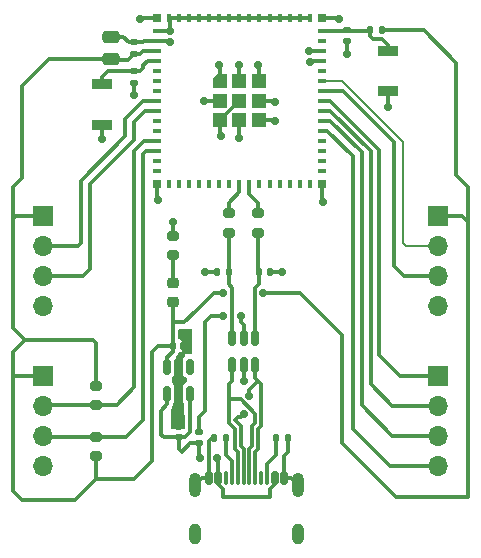
<source format=gbr>
%TF.GenerationSoftware,KiCad,Pcbnew,8.0.6*%
%TF.CreationDate,2024-11-03T15:15:55+02:00*%
%TF.ProjectId,MiniBit,4d696e69-4269-4742-9e6b-696361645f70,1.0*%
%TF.SameCoordinates,Original*%
%TF.FileFunction,Copper,L1,Top*%
%TF.FilePolarity,Positive*%
%FSLAX46Y46*%
G04 Gerber Fmt 4.6, Leading zero omitted, Abs format (unit mm)*
G04 Created by KiCad (PCBNEW 8.0.6) date 2024-11-03 15:15:55*
%MOMM*%
%LPD*%
G01*
G04 APERTURE LIST*
G04 Aperture macros list*
%AMRoundRect*
0 Rectangle with rounded corners*
0 $1 Rounding radius*
0 $2 $3 $4 $5 $6 $7 $8 $9 X,Y pos of 4 corners*
0 Add a 4 corners polygon primitive as box body*
4,1,4,$2,$3,$4,$5,$6,$7,$8,$9,$2,$3,0*
0 Add four circle primitives for the rounded corners*
1,1,$1+$1,$2,$3*
1,1,$1+$1,$4,$5*
1,1,$1+$1,$6,$7*
1,1,$1+$1,$8,$9*
0 Add four rect primitives between the rounded corners*
20,1,$1+$1,$2,$3,$4,$5,0*
20,1,$1+$1,$4,$5,$6,$7,0*
20,1,$1+$1,$6,$7,$8,$9,0*
20,1,$1+$1,$8,$9,$2,$3,0*%
%AMOutline5P*
0 Free polygon, 5 corners , with rotation*
0 The origin of the aperture is its center*
0 number of corners: always 5*
0 $1 to $10 corner X, Y*
0 $11 Rotation angle, in degrees counterclockwise*
0 create outline with 5 corners*
4,1,5,$1,$2,$3,$4,$5,$6,$7,$8,$9,$10,$1,$2,$11*%
%AMOutline6P*
0 Free polygon, 6 corners , with rotation*
0 The origin of the aperture is its center*
0 number of corners: always 6*
0 $1 to $12 corner X, Y*
0 $13 Rotation angle, in degrees counterclockwise*
0 create outline with 6 corners*
4,1,6,$1,$2,$3,$4,$5,$6,$7,$8,$9,$10,$11,$12,$1,$2,$13*%
%AMOutline7P*
0 Free polygon, 7 corners , with rotation*
0 The origin of the aperture is its center*
0 number of corners: always 7*
0 $1 to $14 corner X, Y*
0 $15 Rotation angle, in degrees counterclockwise*
0 create outline with 7 corners*
4,1,7,$1,$2,$3,$4,$5,$6,$7,$8,$9,$10,$11,$12,$13,$14,$1,$2,$15*%
%AMOutline8P*
0 Free polygon, 8 corners , with rotation*
0 The origin of the aperture is its center*
0 number of corners: always 8*
0 $1 to $16 corner X, Y*
0 $17 Rotation angle, in degrees counterclockwise*
0 create outline with 8 corners*
4,1,8,$1,$2,$3,$4,$5,$6,$7,$8,$9,$10,$11,$12,$13,$14,$15,$16,$1,$2,$17*%
G04 Aperture macros list end*
%TA.AperFunction,SMDPad,CuDef*%
%ADD10R,1.700000X0.900000*%
%TD*%
%TA.AperFunction,SMDPad,CuDef*%
%ADD11RoundRect,0.140000X-0.140000X-0.170000X0.140000X-0.170000X0.140000X0.170000X-0.140000X0.170000X0*%
%TD*%
%TA.AperFunction,SMDPad,CuDef*%
%ADD12RoundRect,0.150000X-0.150000X0.512500X-0.150000X-0.512500X0.150000X-0.512500X0.150000X0.512500X0*%
%TD*%
%TA.AperFunction,ComponentPad*%
%ADD13R,1.700000X1.700000*%
%TD*%
%TA.AperFunction,ComponentPad*%
%ADD14O,1.700000X1.700000*%
%TD*%
%TA.AperFunction,SMDPad,CuDef*%
%ADD15RoundRect,0.147500X0.172500X-0.147500X0.172500X0.147500X-0.172500X0.147500X-0.172500X-0.147500X0*%
%TD*%
%TA.AperFunction,SMDPad,CuDef*%
%ADD16RoundRect,0.135000X-0.135000X-0.185000X0.135000X-0.185000X0.135000X0.185000X-0.135000X0.185000X0*%
%TD*%
%TA.AperFunction,SMDPad,CuDef*%
%ADD17RoundRect,0.140000X-0.170000X0.140000X-0.170000X-0.140000X0.170000X-0.140000X0.170000X0.140000X0*%
%TD*%
%TA.AperFunction,SMDPad,CuDef*%
%ADD18RoundRect,0.250000X0.475000X-0.250000X0.475000X0.250000X-0.475000X0.250000X-0.475000X-0.250000X0*%
%TD*%
%TA.AperFunction,SMDPad,CuDef*%
%ADD19RoundRect,0.140000X0.170000X-0.140000X0.170000X0.140000X-0.170000X0.140000X-0.170000X-0.140000X0*%
%TD*%
%TA.AperFunction,SMDPad,CuDef*%
%ADD20RoundRect,0.135000X0.135000X0.185000X-0.135000X0.185000X-0.135000X-0.185000X0.135000X-0.185000X0*%
%TD*%
%TA.AperFunction,SMDPad,CuDef*%
%ADD21RoundRect,0.200000X0.275000X-0.200000X0.275000X0.200000X-0.275000X0.200000X-0.275000X-0.200000X0*%
%TD*%
%TA.AperFunction,SMDPad,CuDef*%
%ADD22RoundRect,0.200000X-0.275000X0.200000X-0.275000X-0.200000X0.275000X-0.200000X0.275000X0.200000X0*%
%TD*%
%TA.AperFunction,SMDPad,CuDef*%
%ADD23RoundRect,0.150000X0.150000X-0.512500X0.150000X0.512500X-0.150000X0.512500X-0.150000X-0.512500X0*%
%TD*%
%TA.AperFunction,SMDPad,CuDef*%
%ADD24RoundRect,0.140000X0.140000X0.170000X-0.140000X0.170000X-0.140000X-0.170000X0.140000X-0.170000X0*%
%TD*%
%TA.AperFunction,SMDPad,CuDef*%
%ADD25R,0.800000X0.400000*%
%TD*%
%TA.AperFunction,SMDPad,CuDef*%
%ADD26R,0.400000X0.800000*%
%TD*%
%TA.AperFunction,SMDPad,CuDef*%
%ADD27Outline5P,-0.600000X0.204000X-0.204000X0.600000X0.600000X0.600000X0.600000X-0.600000X-0.600000X-0.600000X0.000000*%
%TD*%
%TA.AperFunction,SMDPad,CuDef*%
%ADD28R,1.200000X1.200000*%
%TD*%
%TA.AperFunction,SMDPad,CuDef*%
%ADD29R,0.800000X0.800000*%
%TD*%
%TA.AperFunction,SMDPad,CuDef*%
%ADD30RoundRect,0.218750X-0.256250X0.218750X-0.256250X-0.218750X0.256250X-0.218750X0.256250X0.218750X0*%
%TD*%
%TA.AperFunction,SMDPad,CuDef*%
%ADD31RoundRect,0.150000X-0.150000X-0.425000X0.150000X-0.425000X0.150000X0.425000X-0.150000X0.425000X0*%
%TD*%
%TA.AperFunction,SMDPad,CuDef*%
%ADD32RoundRect,0.075000X-0.075000X-0.500000X0.075000X-0.500000X0.075000X0.500000X-0.075000X0.500000X0*%
%TD*%
%TA.AperFunction,ComponentPad*%
%ADD33O,1.000000X2.100000*%
%TD*%
%TA.AperFunction,ComponentPad*%
%ADD34O,1.000000X1.800000*%
%TD*%
%TA.AperFunction,ViaPad*%
%ADD35C,0.700000*%
%TD*%
%TA.AperFunction,Conductor*%
%ADD36C,0.300000*%
%TD*%
%TA.AperFunction,Conductor*%
%ADD37C,0.200000*%
%TD*%
G04 APERTURE END LIST*
D10*
%TO.P,SW2,1,A*%
%TO.N,GND*%
X136250000Y-79756250D03*
%TO.P,SW2,2,B*%
%TO.N,BOOT*%
X136250000Y-76356250D03*
%TD*%
D11*
%TO.P,C8,1*%
%TO.N,USB_D+*%
X149520000Y-92256250D03*
%TO.P,C8,2*%
%TO.N,GND*%
X150480000Y-92256250D03*
%TD*%
D12*
%TO.P,U2,1,I/O1*%
%TO.N,USB_D+*%
X149200000Y-97868750D03*
%TO.P,U2,2,GND*%
%TO.N,+5V*%
X148250000Y-97868750D03*
%TO.P,U2,3,I/O2*%
%TO.N,USB_D-*%
X147300000Y-97868750D03*
%TO.P,U2,4,I/O2*%
%TO.N,D-*%
X147300000Y-100143750D03*
%TO.P,U2,5,VBUS*%
%TO.N,GND*%
X148250000Y-100143750D03*
%TO.P,U2,6,I/O1*%
%TO.N,D+*%
X149200000Y-100143750D03*
%TD*%
D10*
%TO.P,SW1,1,A*%
%TO.N,GND*%
X160500000Y-76956250D03*
%TO.P,SW1,2,B*%
%TO.N,RESET*%
X160500000Y-73556250D03*
%TD*%
D13*
%TO.P,J1,1,Pin_1*%
%TO.N,+3.3V*%
X131250000Y-101006250D03*
D14*
%TO.P,J1,2,Pin_2*%
%TO.N,SDA*%
X131250000Y-103546250D03*
%TO.P,J1,3,Pin_3*%
%TO.N,SCL*%
X131250000Y-106086250D03*
%TO.P,J1,4,Pin_4*%
%TO.N,GND*%
X131250000Y-108626250D03*
%TD*%
D15*
%TO.P,F1,1*%
%TO.N,VBUS*%
X144500000Y-106756250D03*
%TO.P,F1,2*%
%TO.N,+5V*%
X144500000Y-105786250D03*
%TD*%
D11*
%TO.P,C6,1*%
%TO.N,+3.3V*%
X142270000Y-98506250D03*
%TO.P,C6,2*%
%TO.N,GND*%
X143230000Y-98506250D03*
%TD*%
D16*
%TO.P,R3,1*%
%TO.N,GND*%
X145740000Y-106256250D03*
%TO.P,R3,2*%
%TO.N,Net-(J5-CC1)*%
X146760000Y-106256250D03*
%TD*%
D17*
%TO.P,C4,1*%
%TO.N,BOOT*%
X139000000Y-75256250D03*
%TO.P,C4,2*%
%TO.N,GND*%
X139000000Y-76216250D03*
%TD*%
D13*
%TO.P,J3,1,Pin_1*%
%TO.N,TCK*%
X164750000Y-101006250D03*
D14*
%TO.P,J3,2,Pin_2*%
%TO.N,TDO*%
X164750000Y-103546250D03*
%TO.P,J3,3,Pin_3*%
%TO.N,TDI*%
X164750000Y-106086250D03*
%TO.P,J3,4,Pin_4*%
%TO.N,TMS*%
X164750000Y-108626250D03*
%TD*%
D17*
%TO.P,C3,1*%
%TO.N,RESET*%
X157000000Y-71756250D03*
%TO.P,C3,2*%
%TO.N,GND*%
X157000000Y-72716250D03*
%TD*%
D18*
%TO.P,C2,1*%
%TO.N,+3.3V*%
X137000000Y-74206250D03*
%TO.P,C2,2*%
%TO.N,GND*%
X137000000Y-72306250D03*
%TD*%
D13*
%TO.P,J4,1,Pin_1*%
%TO.N,+3.3V*%
X131250000Y-87506250D03*
D14*
%TO.P,J4,2,Pin_2*%
%TO.N,IO4*%
X131250000Y-90046250D03*
%TO.P,J4,3,Pin_3*%
%TO.N,IO5*%
X131250000Y-92586250D03*
%TO.P,J4,4,Pin_4*%
%TO.N,GND*%
X131250000Y-95126250D03*
%TD*%
D19*
%TO.P,C5,1*%
%TO.N,VBUS*%
X142750000Y-106236250D03*
%TO.P,C5,2*%
%TO.N,GND*%
X142750000Y-105276250D03*
%TD*%
%TO.P,C1,1*%
%TO.N,+3.3V*%
X139000000Y-73756250D03*
%TO.P,C1,2*%
%TO.N,GND*%
X139000000Y-72796250D03*
%TD*%
D20*
%TO.P,R1,1*%
%TO.N,+3.3V*%
X160000000Y-71756250D03*
%TO.P,R1,2*%
%TO.N,RESET*%
X158980000Y-71756250D03*
%TD*%
D21*
%TO.P,R8,1*%
%TO.N,+3.3V*%
X135750000Y-107831250D03*
%TO.P,R8,2*%
%TO.N,SCL*%
X135750000Y-106181250D03*
%TD*%
D22*
%TO.P,R5,1*%
%TO.N,/USB_N*%
X147000000Y-87256250D03*
%TO.P,R5,2*%
%TO.N,USB_D-*%
X147000000Y-88906250D03*
%TD*%
D23*
%TO.P,U3,1,VIN*%
%TO.N,VBUS*%
X141800000Y-102531250D03*
%TO.P,U3,2,GND*%
%TO.N,GND*%
X142750000Y-102531250D03*
%TO.P,U3,3,EN*%
%TO.N,VBUS*%
X143700000Y-102531250D03*
%TO.P,U3,4,NC*%
%TO.N,unconnected-(U3-NC-Pad4)*%
X143700000Y-100256250D03*
%TO.P,U3,5,VOUT*%
%TO.N,+3.3V*%
X141800000Y-100256250D03*
%TD*%
D24*
%TO.P,C7,1*%
%TO.N,USB_D-*%
X147000000Y-92256250D03*
%TO.P,C7,2*%
%TO.N,GND*%
X146040000Y-92256250D03*
%TD*%
D22*
%TO.P,R7,1*%
%TO.N,+3.3V*%
X135750000Y-101856250D03*
%TO.P,R7,2*%
%TO.N,SDA*%
X135750000Y-103506250D03*
%TD*%
D25*
%TO.P,U1,1,GND*%
%TO.N,GND*%
X140900000Y-71806250D03*
%TO.P,U1,2,GND*%
X140900000Y-72656250D03*
%TO.P,U1,3,3V3*%
%TO.N,+3.3V*%
X140900000Y-73506250D03*
%TO.P,U1,4,IO0*%
%TO.N,BOOT*%
X140900000Y-74356250D03*
%TO.P,U1,5,IO1*%
%TO.N,unconnected-(U1-IO1-Pad5)*%
X140900000Y-75206250D03*
%TO.P,U1,6,IO2*%
%TO.N,unconnected-(U1-IO2-Pad6)*%
X140900000Y-76056250D03*
%TO.P,U1,7,IO3*%
%TO.N,unconnected-(U1-IO3-Pad7)*%
X140900000Y-76906250D03*
%TO.P,U1,8,IO4*%
%TO.N,IO4*%
X140900000Y-77756250D03*
%TO.P,U1,9,IO5*%
%TO.N,IO5*%
X140900000Y-78606250D03*
%TO.P,U1,10,IO6*%
%TO.N,unconnected-(U1-IO6-Pad10)*%
X140900000Y-79456250D03*
%TO.P,U1,11,IO7*%
%TO.N,unconnected-(U1-IO7-Pad11)*%
X140900000Y-80306250D03*
%TO.P,U1,12,IO8*%
%TO.N,SDA*%
X140900000Y-81156250D03*
%TO.P,U1,13,IO9*%
%TO.N,SCL*%
X140900000Y-82006250D03*
%TO.P,U1,14,IO10*%
%TO.N,unconnected-(U1-IO10-Pad14)*%
X140900000Y-82856250D03*
%TO.P,U1,15,IO11*%
%TO.N,unconnected-(U1-IO11-Pad15)*%
X140900000Y-83706250D03*
D26*
%TO.P,U1,16,IO12*%
%TO.N,unconnected-(U1-IO12-Pad16)*%
X141950000Y-84756250D03*
%TO.P,U1,17,IO13*%
%TO.N,unconnected-(U1-IO13-Pad17)*%
X142800000Y-84756250D03*
%TO.P,U1,18,IO14*%
%TO.N,unconnected-(U1-IO14-Pad18)*%
X143650000Y-84756250D03*
%TO.P,U1,19,IO15*%
%TO.N,unconnected-(U1-IO15-Pad19)*%
X144500000Y-84756250D03*
%TO.P,U1,20,IO16*%
%TO.N,unconnected-(U1-IO16-Pad20)*%
X145350000Y-84756250D03*
%TO.P,U1,21,IO17*%
%TO.N,unconnected-(U1-IO17-Pad21)*%
X146200000Y-84756250D03*
%TO.P,U1,22,IO18*%
%TO.N,unconnected-(U1-IO18-Pad22)*%
X147050000Y-84756250D03*
%TO.P,U1,23,IO19*%
%TO.N,/USB_N*%
X147900000Y-84756250D03*
%TO.P,U1,24,IO20*%
%TO.N,/USB_P*%
X148750000Y-84756250D03*
%TO.P,U1,25,IO21*%
%TO.N,unconnected-(U1-IO21-Pad25)*%
X149600000Y-84756250D03*
%TO.P,U1,26,IO26*%
%TO.N,unconnected-(U1-IO26-Pad26)*%
X150450000Y-84756250D03*
%TO.P,U1,27,IO47*%
%TO.N,unconnected-(U1-IO47-Pad27)*%
X151300000Y-84756250D03*
%TO.P,U1,28,IO33*%
%TO.N,unconnected-(U1-IO33-Pad28)*%
X152150000Y-84756250D03*
%TO.P,U1,29,IO34*%
%TO.N,unconnected-(U1-IO34-Pad29)*%
X153000000Y-84756250D03*
%TO.P,U1,30,IO48*%
%TO.N,unconnected-(U1-IO48-Pad30)*%
X153850000Y-84756250D03*
D25*
%TO.P,U1,31,IO35*%
%TO.N,unconnected-(U1-IO35-Pad31)*%
X154900000Y-83706250D03*
%TO.P,U1,32,IO36*%
%TO.N,unconnected-(U1-IO36-Pad32)*%
X154900000Y-82856250D03*
%TO.P,U1,33,IO37*%
%TO.N,unconnected-(U1-IO37-Pad33)*%
X154900000Y-82006250D03*
%TO.P,U1,34,IO38*%
%TO.N,unconnected-(U1-IO38-Pad34)*%
X154900000Y-81156250D03*
%TO.P,U1,35,IO39*%
%TO.N,TMS*%
X154900000Y-80306250D03*
%TO.P,U1,36,IO40*%
%TO.N,TDI*%
X154900000Y-79456250D03*
%TO.P,U1,37,IO41*%
%TO.N,TDO*%
X154900000Y-78606250D03*
%TO.P,U1,38,IO42*%
%TO.N,TCK*%
X154900000Y-77756250D03*
%TO.P,U1,39,TXD0*%
%TO.N,TX*%
X154900000Y-76906250D03*
%TO.P,U1,40,RXD0*%
%TO.N,RX*%
X154900000Y-76056250D03*
%TO.P,U1,41,IO45*%
%TO.N,unconnected-(U1-IO45-Pad41)*%
X154900000Y-75206250D03*
%TO.P,U1,42,GND*%
%TO.N,GND*%
X154900000Y-74356250D03*
%TO.P,U1,43,GND*%
X154900000Y-73506250D03*
%TO.P,U1,44,IO46*%
%TO.N,unconnected-(U1-IO46-Pad44)*%
X154900000Y-72656250D03*
%TO.P,U1,45,EN*%
%TO.N,RESET*%
X154900000Y-71806250D03*
D26*
%TO.P,U1,46,GND*%
%TO.N,GND*%
X153850000Y-70756250D03*
%TO.P,U1,47,GND*%
X153000000Y-70756250D03*
%TO.P,U1,48,GND*%
X152150000Y-70756250D03*
%TO.P,U1,49,GND*%
X151300000Y-70756250D03*
%TO.P,U1,50,GND*%
X150450000Y-70756250D03*
%TO.P,U1,51,GND*%
X149600000Y-70756250D03*
%TO.P,U1,52,GND*%
X148750000Y-70756250D03*
%TO.P,U1,53,GND*%
X147900000Y-70756250D03*
%TO.P,U1,54,GND*%
X147050000Y-70756250D03*
%TO.P,U1,55,GND*%
X146200000Y-70756250D03*
%TO.P,U1,56,GND*%
X145350000Y-70756250D03*
%TO.P,U1,57,GND*%
X144500000Y-70756250D03*
%TO.P,U1,58,GND*%
X143650000Y-70756250D03*
%TO.P,U1,59,GND*%
X142800000Y-70756250D03*
%TO.P,U1,60,GND*%
X141950000Y-70756250D03*
D27*
%TO.P,U1,61,GND*%
X146250000Y-76106250D03*
D28*
X146250000Y-77756250D03*
X146250000Y-79406250D03*
X147900000Y-76106250D03*
X147900000Y-77756250D03*
X147900000Y-79406250D03*
X149550000Y-76106250D03*
X149550000Y-77756250D03*
X149550000Y-79406250D03*
D29*
%TO.P,U1,62,GND*%
X140900000Y-70756250D03*
%TO.P,U1,63,GND*%
X140900000Y-84756250D03*
%TO.P,U1,64,GND*%
X154900000Y-84756250D03*
%TO.P,U1,65,GND*%
X154900000Y-70756250D03*
%TD*%
D20*
%TO.P,R4,1*%
%TO.N,GND*%
X152010000Y-106256250D03*
%TO.P,R4,2*%
%TO.N,Net-(J5-CC2)*%
X150990000Y-106256250D03*
%TD*%
D30*
%TO.P,D1,1,K*%
%TO.N,Net-(D1-K)*%
X142250000Y-93181250D03*
%TO.P,D1,2,A*%
%TO.N,+3.3V*%
X142250000Y-94756250D03*
%TD*%
D21*
%TO.P,R2,1*%
%TO.N,Net-(D1-K)*%
X142250000Y-90831250D03*
%TO.P,R2,2*%
%TO.N,GND*%
X142250000Y-89181250D03*
%TD*%
D13*
%TO.P,J2,1,Pin_1*%
%TO.N,+3.3V*%
X164750000Y-87506250D03*
D14*
%TO.P,J2,2,Pin_2*%
%TO.N,RX*%
X164750000Y-90046250D03*
%TO.P,J2,3,Pin_3*%
%TO.N,TX*%
X164750000Y-92586250D03*
%TO.P,J2,4,Pin_4*%
%TO.N,GND*%
X164750000Y-95126250D03*
%TD*%
D31*
%TO.P,J5,A1,GND*%
%TO.N,GND*%
X145300000Y-109676250D03*
%TO.P,J5,A4,VBUS*%
%TO.N,VBUS*%
X146100000Y-109676250D03*
D32*
%TO.P,J5,A5,CC1*%
%TO.N,Net-(J5-CC1)*%
X147250000Y-109676250D03*
%TO.P,J5,A6,D+*%
%TO.N,D+*%
X148250000Y-109676250D03*
%TO.P,J5,A7,D-*%
%TO.N,D-*%
X148750000Y-109676250D03*
%TO.P,J5,A8,SBU1*%
%TO.N,unconnected-(J5-SBU1-PadA8)*%
X149750000Y-109676250D03*
D31*
%TO.P,J5,A9,VBUS*%
%TO.N,VBUS*%
X150900000Y-109676250D03*
%TO.P,J5,A12,GND*%
%TO.N,GND*%
X151700000Y-109676250D03*
%TO.P,J5,B1,GND*%
X151700000Y-109676250D03*
%TO.P,J5,B4,VBUS*%
%TO.N,VBUS*%
X150900000Y-109676250D03*
D32*
%TO.P,J5,B5,CC2*%
%TO.N,Net-(J5-CC2)*%
X150250000Y-109676250D03*
%TO.P,J5,B6,D+*%
%TO.N,D+*%
X149250000Y-109676250D03*
%TO.P,J5,B7,D-*%
%TO.N,D-*%
X147750000Y-109676250D03*
%TO.P,J5,B8,SBU2*%
%TO.N,unconnected-(J5-SBU2-PadB8)*%
X146750000Y-109676250D03*
D31*
%TO.P,J5,B9,VBUS*%
%TO.N,VBUS*%
X146100000Y-109676250D03*
%TO.P,J5,B12,GND*%
%TO.N,GND*%
X145300000Y-109676250D03*
D33*
%TO.P,J5,S1,SHIELD*%
X144180000Y-110251250D03*
D34*
X144180000Y-114431250D03*
D33*
X152820000Y-110251250D03*
D34*
X152820000Y-114431250D03*
%TD*%
D22*
%TO.P,R6,1*%
%TO.N,/USB_P*%
X149500000Y-87256250D03*
%TO.P,R6,2*%
%TO.N,USB_D+*%
X149500000Y-88906250D03*
%TD*%
D35*
%TO.N,GND*%
X153800000Y-73556250D03*
X144900000Y-77756250D03*
X142750000Y-101256250D03*
X160500000Y-78256250D03*
X148250000Y-101506250D03*
X139500000Y-70856250D03*
X141000000Y-86156250D03*
X156300000Y-70856250D03*
X142750000Y-104256250D03*
X136250000Y-81006250D03*
X145000000Y-92256250D03*
X142250000Y-88006250D03*
X142000000Y-71856250D03*
X147900000Y-80856250D03*
X149500000Y-74756250D03*
X150900000Y-77856250D03*
X155000000Y-86356250D03*
X157000000Y-73756250D03*
X139000000Y-77256250D03*
X143250000Y-97506250D03*
X153900000Y-74456250D03*
X146200000Y-74756250D03*
X151500000Y-92256250D03*
X147900000Y-74756250D03*
X142000000Y-72756250D03*
X146300000Y-80756250D03*
X150900000Y-79456250D03*
%TO.N,+3.3V*%
X149900000Y-94006250D03*
X146500000Y-94006250D03*
%TO.N,VBUS*%
X146000000Y-108006250D03*
X144600000Y-108006250D03*
%TO.N,+5V*%
X148000000Y-96006250D03*
X146500000Y-96006250D03*
%TO.N,D+*%
X148250000Y-104256250D03*
X148750000Y-102756250D03*
%TD*%
D36*
%TO.N,GND*%
X151700000Y-109676250D02*
X151700000Y-107806250D01*
X139850000Y-72656250D02*
X139710000Y-72796250D01*
X138540000Y-72796250D02*
X138050000Y-72306250D01*
X154900000Y-70756250D02*
X156200000Y-70756250D01*
X142250000Y-89181250D02*
X142250000Y-88006250D01*
X139000000Y-72796250D02*
X138540000Y-72796250D01*
X140900000Y-70756250D02*
X139600000Y-70756250D01*
X147900000Y-79406250D02*
X147900000Y-80856250D01*
X149550000Y-74806250D02*
X149500000Y-74756250D01*
X150480000Y-92256250D02*
X151500000Y-92256250D01*
X140900000Y-72656250D02*
X139850000Y-72656250D01*
X147900000Y-77756250D02*
X146250000Y-79406250D01*
X146250000Y-74806250D02*
X146200000Y-74756250D01*
X152245000Y-109676250D02*
X152820000Y-110251250D01*
X154900000Y-74356250D02*
X154000000Y-74356250D01*
X153850000Y-73506250D02*
X153800000Y-73556250D01*
X146250000Y-79406250D02*
X146250000Y-80706250D01*
X149550000Y-76106250D02*
X149550000Y-74806250D01*
X138050000Y-72306250D02*
X137000000Y-72306250D01*
X141950000Y-71806250D02*
X142000000Y-71856250D01*
X153850000Y-70756250D02*
X141950000Y-70756250D01*
X154000000Y-74356250D02*
X153900000Y-74456250D01*
X145300000Y-106556250D02*
X145600000Y-106256250D01*
X145300000Y-109676250D02*
X144755000Y-109676250D01*
X139600000Y-70756250D02*
X139500000Y-70856250D01*
X146250000Y-77756250D02*
X144900000Y-77756250D01*
X152010000Y-107496250D02*
X152010000Y-106256250D01*
X149550000Y-77756250D02*
X150800000Y-77756250D01*
X145300000Y-109676250D02*
X145300000Y-106556250D01*
X146250000Y-80706250D02*
X146300000Y-80756250D01*
X140900000Y-72656250D02*
X141900000Y-72656250D01*
X142000000Y-70806250D02*
X141950000Y-70756250D01*
X140900000Y-84756250D02*
X140900000Y-86056250D01*
X140900000Y-71806250D02*
X141950000Y-71806250D01*
X139710000Y-72796250D02*
X139000000Y-72796250D01*
X154900000Y-86256250D02*
X155000000Y-86356250D01*
X144755000Y-109676250D02*
X144180000Y-110251250D01*
X150850000Y-79406250D02*
X150900000Y-79456250D01*
X151700000Y-109676250D02*
X152245000Y-109676250D01*
X143230000Y-97526250D02*
X143250000Y-97506250D01*
X160500000Y-76956250D02*
X160500000Y-78256250D01*
X146250000Y-76106250D02*
X146250000Y-74806250D01*
X147900000Y-76106250D02*
X147900000Y-74756250D01*
X156200000Y-70756250D02*
X156300000Y-70856250D01*
X151700000Y-107806250D02*
X152010000Y-107496250D01*
X140900000Y-86056250D02*
X141000000Y-86156250D01*
X141900000Y-72656250D02*
X142000000Y-72756250D01*
X136250000Y-79756250D02*
X136250000Y-81006250D01*
X150800000Y-77756250D02*
X150900000Y-77856250D01*
X149550000Y-79406250D02*
X150850000Y-79406250D01*
X148250000Y-100143750D02*
X148250000Y-101506250D01*
X142000000Y-71856250D02*
X142000000Y-70806250D01*
X157000000Y-72716250D02*
X157000000Y-73756250D01*
X154900000Y-73506250D02*
X153850000Y-73506250D01*
X154900000Y-84756250D02*
X154900000Y-86256250D01*
X146040000Y-92256250D02*
X145000000Y-92256250D01*
X145600000Y-106256250D02*
X145740000Y-106256250D01*
X139000000Y-76216250D02*
X139000000Y-77256250D01*
%TO.N,+3.3V*%
X139000000Y-73756250D02*
X138500000Y-74256250D01*
X142270000Y-98986250D02*
X142270000Y-98506250D01*
X145000000Y-94756250D02*
X145750000Y-94006250D01*
X142270000Y-98506250D02*
X142270000Y-96526250D01*
X129500000Y-76506250D02*
X129500000Y-84256250D01*
X129500000Y-111506250D02*
X134000000Y-111506250D01*
X129500000Y-84256250D02*
X128750000Y-85006250D01*
X128750000Y-99006250D02*
X128750000Y-101006250D01*
X129750000Y-98006250D02*
X128750000Y-99006250D01*
X140900000Y-73506250D02*
X139750000Y-73506250D01*
X139750000Y-73506250D02*
X139500000Y-73756250D01*
X166750000Y-87506250D02*
X167250000Y-88006250D01*
X142270000Y-96526250D02*
X142250000Y-96506250D01*
X128750000Y-87756250D02*
X129000000Y-87506250D01*
X128750000Y-97006250D02*
X128750000Y-87756250D01*
X167250000Y-85006250D02*
X166250000Y-84006250D01*
X135500000Y-98006250D02*
X129750000Y-98006250D01*
X139000000Y-109756250D02*
X140500000Y-108256250D01*
X167250000Y-88006250D02*
X167250000Y-111256250D01*
X163500000Y-71756250D02*
X160000000Y-71756250D01*
X129750000Y-98006250D02*
X128750000Y-97006250D01*
X128750000Y-85006250D02*
X128750000Y-87756250D01*
X167250000Y-111256250D02*
X161156250Y-111256250D01*
X166250000Y-74506250D02*
X163500000Y-71756250D01*
X140500000Y-99006250D02*
X141000000Y-98506250D01*
X141800000Y-99456250D02*
X142270000Y-98986250D01*
X137000000Y-74206250D02*
X131800000Y-74206250D01*
X135750000Y-101856250D02*
X135750000Y-98256250D01*
X135750000Y-109756250D02*
X135750000Y-107831250D01*
X139500000Y-73756250D02*
X139000000Y-73756250D01*
X164750000Y-87506250D02*
X166750000Y-87506250D01*
X128750000Y-110756250D02*
X129500000Y-111506250D01*
X131800000Y-74206250D02*
X129500000Y-76506250D01*
X161156250Y-111256250D02*
X156600000Y-106700000D01*
X128750000Y-101006250D02*
X131250000Y-101006250D01*
X137050000Y-74256250D02*
X137000000Y-74206250D01*
X143250000Y-96506250D02*
X144250000Y-95506250D01*
X156600000Y-97606250D02*
X153000000Y-94006250D01*
X142250000Y-96506250D02*
X143250000Y-96506250D01*
X135750000Y-98256250D02*
X135500000Y-98006250D01*
X129000000Y-87506250D02*
X131250000Y-87506250D01*
X135750000Y-109756250D02*
X139000000Y-109756250D01*
X166250000Y-84006250D02*
X166250000Y-74506250D01*
X142250000Y-96506250D02*
X142250000Y-94756250D01*
X134125000Y-111381250D02*
X135750000Y-109756250D01*
X134000000Y-111506250D02*
X134125000Y-111381250D01*
X167250000Y-88006250D02*
X167250000Y-85006250D01*
X156600000Y-106700000D02*
X156600000Y-97606250D01*
X128750000Y-101006250D02*
X128750000Y-110756250D01*
X153000000Y-94006250D02*
X149900000Y-94006250D01*
X140500000Y-108256250D02*
X140500000Y-99006250D01*
X138500000Y-74256250D02*
X137050000Y-74256250D01*
X145750000Y-94006250D02*
X146500000Y-94006250D01*
X141000000Y-98506250D02*
X142270000Y-98506250D01*
X144250000Y-95506250D02*
X145000000Y-94756250D01*
X141800000Y-100256250D02*
X141800000Y-99456250D01*
%TO.N,RESET*%
X159250000Y-72506250D02*
X160000000Y-72506250D01*
X154900000Y-71806250D02*
X158930000Y-71806250D01*
X158980000Y-71756250D02*
X158980000Y-72236250D01*
X158980000Y-72236250D02*
X159250000Y-72506250D01*
X160500000Y-73006250D02*
X160500000Y-73556250D01*
X160000000Y-72506250D02*
X160500000Y-73006250D01*
X158930000Y-71806250D02*
X158980000Y-71756250D01*
%TO.N,BOOT*%
X139750000Y-75006250D02*
X139500000Y-75256250D01*
X136250000Y-75756250D02*
X136250000Y-76356250D01*
X136750000Y-75256250D02*
X136250000Y-75756250D01*
X139500000Y-75256250D02*
X139000000Y-75256250D01*
X140150000Y-74356250D02*
X139750000Y-74756250D01*
X140900000Y-74356250D02*
X140150000Y-74356250D01*
X139750000Y-74756250D02*
X139750000Y-75006250D01*
X139000000Y-75256250D02*
X136750000Y-75256250D01*
%TO.N,VBUS*%
X143000000Y-107506250D02*
X142750000Y-107256250D01*
X142750000Y-106236250D02*
X143270000Y-106236250D01*
X150500000Y-110604370D02*
X150500000Y-111256250D01*
X144500000Y-107906250D02*
X144600000Y-108006250D01*
X142750000Y-107256250D02*
X142750000Y-106236250D01*
X143750000Y-106756250D02*
X143000000Y-107506250D01*
X142750000Y-106236250D02*
X141480000Y-106236250D01*
X146500000Y-111256250D02*
X146500000Y-110604370D01*
X146100000Y-110204370D02*
X146100000Y-109676250D01*
X143750000Y-105756250D02*
X143750000Y-104256250D01*
X150900000Y-109676250D02*
X150900000Y-110204370D01*
X141250000Y-104006250D02*
X141800000Y-103456250D01*
X146100000Y-109676250D02*
X146100000Y-108106250D01*
X150500000Y-111256250D02*
X146500000Y-111256250D01*
X146100000Y-108106250D02*
X146000000Y-108006250D01*
X143750000Y-104256250D02*
X143700000Y-104206250D01*
X141480000Y-106236250D02*
X141250000Y-106006250D01*
X141800000Y-103456250D02*
X141800000Y-102531250D01*
X143700000Y-104206250D02*
X143700000Y-102531250D01*
X141250000Y-106006250D02*
X141250000Y-104006250D01*
X143270000Y-106236250D02*
X143750000Y-105756250D01*
X150900000Y-110204370D02*
X150500000Y-110604370D01*
X144500000Y-106756250D02*
X143750000Y-106756250D01*
X146500000Y-110604370D02*
X146100000Y-110204370D01*
X144500000Y-106756250D02*
X144500000Y-107906250D01*
%TO.N,USB_D-*%
X147000000Y-93256250D02*
X147300000Y-93556250D01*
X147000000Y-92256250D02*
X147000000Y-88906250D01*
X147000000Y-92256250D02*
X147000000Y-93256250D01*
X147300000Y-93556250D02*
X147300000Y-97868750D01*
%TO.N,USB_D+*%
X149520000Y-92080000D02*
X149500000Y-92060000D01*
X149200000Y-93556250D02*
X149200000Y-97868750D01*
X149500000Y-92060000D02*
X149500000Y-88906250D01*
X149520000Y-92256250D02*
X149520000Y-93236250D01*
X149520000Y-92256250D02*
X149520000Y-92080000D01*
X149520000Y-93236250D02*
X149200000Y-93556250D01*
%TO.N,Net-(D1-K)*%
X142250000Y-93181250D02*
X142250000Y-90831250D01*
%TO.N,+5V*%
X144500000Y-104506250D02*
X145000000Y-104006250D01*
X145000000Y-96506250D02*
X145500000Y-96006250D01*
X148250000Y-96756250D02*
X148250000Y-97868750D01*
X145500000Y-96006250D02*
X146500000Y-96006250D01*
X148000000Y-96506250D02*
X148250000Y-96756250D01*
X145000000Y-104006250D02*
X145000000Y-96506250D01*
X148000000Y-96006250D02*
X148000000Y-96506250D01*
X144500000Y-105786250D02*
X144500000Y-104506250D01*
%TO.N,D-*%
X147300000Y-101456250D02*
X147300000Y-100143750D01*
X147750000Y-109676250D02*
X147750000Y-107506250D01*
X147750000Y-107506250D02*
X147500000Y-107256250D01*
X149250000Y-105006250D02*
X149250000Y-104256250D01*
X147500000Y-105506250D02*
X147000000Y-105006250D01*
X149250000Y-104256250D02*
X148000000Y-103006250D01*
X149000000Y-105256250D02*
X149250000Y-105006250D01*
X147000000Y-101756250D02*
X147300000Y-101456250D01*
X147000000Y-105006250D02*
X147000000Y-103006250D01*
X147000000Y-103006250D02*
X147000000Y-101756250D01*
X148750000Y-107256250D02*
X149000000Y-107006250D01*
X149000000Y-107006250D02*
X149000000Y-105256250D01*
X147500000Y-107256250D02*
X147500000Y-105506250D01*
X148000000Y-103006250D02*
X147000000Y-103006250D01*
X148750000Y-109676250D02*
X148750000Y-107256250D01*
%TO.N,D+*%
X149250000Y-109676250D02*
X149250000Y-107506250D01*
X148000000Y-105256250D02*
X147500000Y-104756250D01*
X148750000Y-102756250D02*
X148750000Y-102256250D01*
X149200000Y-101206250D02*
X149200000Y-100143750D01*
X148000000Y-107006250D02*
X148000000Y-105256250D01*
X149500000Y-107256250D02*
X149500000Y-105506250D01*
X149750000Y-105256250D02*
X149750000Y-101756250D01*
X148750000Y-102256250D02*
X149500000Y-101506250D01*
X149500000Y-105506250D02*
X149750000Y-105256250D01*
X149250000Y-107506250D02*
X149500000Y-107256250D01*
X148250000Y-109676250D02*
X148250000Y-107256250D01*
X148250000Y-107256250D02*
X148000000Y-107006250D01*
X149500000Y-101506250D02*
X149200000Y-101206250D01*
X149750000Y-101756250D02*
X149500000Y-101506250D01*
X148000000Y-104506250D02*
X148250000Y-104256250D01*
X147500000Y-104756250D02*
X147750000Y-104506250D01*
X147750000Y-104506250D02*
X148000000Y-104506250D01*
%TO.N,Net-(J5-CC1)*%
X147250000Y-109676250D02*
X147250000Y-108256250D01*
X146760000Y-107766250D02*
X146760000Y-106256250D01*
X147250000Y-108256250D02*
X146760000Y-107766250D01*
%TO.N,TX*%
X156650000Y-76906250D02*
X161000000Y-81256250D01*
X161000000Y-91756250D02*
X161830000Y-92586250D01*
X161000000Y-81256250D02*
X161000000Y-91756250D01*
X161830000Y-92586250D02*
X164750000Y-92586250D01*
X154900000Y-76906250D02*
X156650000Y-76906250D01*
D37*
%TO.N,RX*%
X161750000Y-89756250D02*
X162040000Y-90046250D01*
X154900000Y-76056250D02*
X156550000Y-76056250D01*
X161750000Y-81256250D02*
X161750000Y-89756250D01*
X162040000Y-90046250D02*
X164750000Y-90046250D01*
X156550000Y-76056250D02*
X161750000Y-81256250D01*
D36*
%TO.N,TDI*%
X158250000Y-103506250D02*
X160830000Y-106086250D01*
X154900000Y-79456250D02*
X155600000Y-79456250D01*
X155600000Y-79456250D02*
X158250000Y-82106250D01*
X158250000Y-82106250D02*
X158250000Y-103506250D01*
X160830000Y-106086250D02*
X164750000Y-106086250D01*
%TO.N,TDO*%
X155600000Y-78606250D02*
X159000000Y-82006250D01*
X159000000Y-101756250D02*
X160790000Y-103546250D01*
X160790000Y-103546250D02*
X164750000Y-103546250D01*
X154900000Y-78606250D02*
X155600000Y-78606250D01*
X159000000Y-82006250D02*
X159000000Y-101756250D01*
%TO.N,TMS*%
X155350000Y-80306250D02*
X157500000Y-82456250D01*
X154900000Y-80306250D02*
X155350000Y-80306250D01*
X157500000Y-82456250D02*
X157500000Y-105506250D01*
X157500000Y-105506250D02*
X160620000Y-108626250D01*
X160620000Y-108626250D02*
X164750000Y-108626250D01*
%TO.N,TCK*%
X159750000Y-81906250D02*
X159750000Y-99256250D01*
X161500000Y-101006250D02*
X164750000Y-101006250D01*
X155600000Y-77756250D02*
X159750000Y-81906250D01*
X154900000Y-77756250D02*
X155600000Y-77756250D01*
X159750000Y-99256250D02*
X161500000Y-101006250D01*
%TO.N,SDA*%
X140900000Y-81156250D02*
X139850000Y-81156250D01*
X139000000Y-102006250D02*
X137500000Y-103506250D01*
X135750000Y-103506250D02*
X131290000Y-103506250D01*
X139850000Y-81156250D02*
X139000000Y-82006250D01*
X131290000Y-103506250D02*
X131250000Y-103546250D01*
X139000000Y-82006250D02*
X139000000Y-102006250D01*
X137500000Y-103506250D02*
X135750000Y-103506250D01*
%TO.N,SCL*%
X138325000Y-106181250D02*
X135750000Y-106181250D01*
X135750000Y-106181250D02*
X131345000Y-106181250D01*
X139750000Y-104756250D02*
X138325000Y-106181250D01*
X140900000Y-82006250D02*
X140000000Y-82006250D01*
X140000000Y-82006250D02*
X139750000Y-82256250D01*
X131345000Y-106181250D02*
X131250000Y-106086250D01*
X139750000Y-82256250D02*
X139750000Y-104756250D01*
%TO.N,IO4*%
X134210000Y-90046250D02*
X131250000Y-90046250D01*
X134500000Y-84506250D02*
X134500000Y-89756250D01*
X140900000Y-77756250D02*
X139750000Y-77756250D01*
X134500000Y-89756250D02*
X134210000Y-90046250D01*
X138250000Y-79256250D02*
X138250000Y-80756250D01*
X139750000Y-77756250D02*
X138250000Y-79256250D01*
X138250000Y-80756250D02*
X134500000Y-84506250D01*
%TO.N,IO5*%
X135250000Y-92006250D02*
X134670000Y-92586250D01*
X135250000Y-84799143D02*
X135250000Y-92006250D01*
X134670000Y-92586250D02*
X131250000Y-92586250D01*
X139000000Y-81049144D02*
X138999999Y-81049144D01*
X138999999Y-81049144D02*
X135250000Y-84799143D01*
X139900000Y-78606250D02*
X139000000Y-79506250D01*
X140900000Y-78606250D02*
X139900000Y-78606250D01*
X139000000Y-79506250D02*
X139000000Y-81049144D01*
%TO.N,Net-(J5-CC2)*%
X150250000Y-109676250D02*
X150250000Y-108506250D01*
X150250000Y-108506250D02*
X150990000Y-107766250D01*
X150990000Y-107766250D02*
X150990000Y-106256250D01*
%TO.N,/USB_N*%
X147900000Y-85500000D02*
X147900000Y-84756250D01*
X147000000Y-86400000D02*
X147900000Y-85500000D01*
X147000000Y-87256250D02*
X147000000Y-86400000D01*
%TO.N,/USB_P*%
X149500000Y-87256250D02*
X149500000Y-86400000D01*
X148750000Y-85650000D02*
X148750000Y-84756250D01*
X149500000Y-86400000D02*
X148750000Y-85650000D01*
%TD*%
%TA.AperFunction,Conductor*%
%TO.N,GND*%
G36*
X143843039Y-97075935D02*
G01*
X143888794Y-97128739D01*
X143900000Y-97180250D01*
X143900000Y-99032250D01*
X143880315Y-99099289D01*
X143827511Y-99145044D01*
X143776000Y-99156250D01*
X143300000Y-99156250D01*
X143300000Y-99305753D01*
X143280315Y-99372792D01*
X143249634Y-99405523D01*
X143227850Y-99421600D01*
X143147207Y-99530867D01*
X143147206Y-99530869D01*
X143102353Y-99659048D01*
X143102353Y-99659050D01*
X143099500Y-99689480D01*
X143099500Y-100823019D01*
X143102353Y-100853449D01*
X143102353Y-100853451D01*
X143147206Y-100981630D01*
X143147207Y-100981632D01*
X143227850Y-101090900D01*
X143337118Y-101171543D01*
X143416957Y-101199480D01*
X143473731Y-101240200D01*
X143499478Y-101305153D01*
X143500000Y-101316520D01*
X143500000Y-101470979D01*
X143480315Y-101538018D01*
X143427511Y-101583773D01*
X143416956Y-101588020D01*
X143337117Y-101615957D01*
X143227850Y-101696600D01*
X143147207Y-101805867D01*
X143147206Y-101805869D01*
X143102353Y-101934048D01*
X143102353Y-101934050D01*
X143099500Y-101964480D01*
X143099500Y-103098019D01*
X143102353Y-103128449D01*
X143102353Y-103128451D01*
X143147206Y-103256630D01*
X143147209Y-103256636D01*
X143225270Y-103362405D01*
X143249241Y-103428034D01*
X143249500Y-103436038D01*
X143249500Y-104265558D01*
X143273712Y-104355922D01*
X143280199Y-104380133D01*
X143280200Y-104380134D01*
X143280201Y-104380137D01*
X143282886Y-104384788D01*
X143299500Y-104446788D01*
X143299500Y-105432250D01*
X143279815Y-105499289D01*
X143227011Y-105545044D01*
X143175500Y-105556250D01*
X143000000Y-105556250D01*
X142989815Y-105566434D01*
X142980315Y-105598789D01*
X142927511Y-105644544D01*
X142876000Y-105655750D01*
X142624000Y-105655750D01*
X142556961Y-105636065D01*
X142511206Y-105583261D01*
X142506811Y-105563061D01*
X142500000Y-105556250D01*
X142224000Y-105556250D01*
X142156961Y-105536565D01*
X142111206Y-105483761D01*
X142100000Y-105432250D01*
X142100000Y-103880250D01*
X142119685Y-103813211D01*
X142172489Y-103767456D01*
X142193327Y-103762922D01*
X142200000Y-103756250D01*
X142200000Y-103697655D01*
X142216613Y-103635655D01*
X142219799Y-103630136D01*
X142231504Y-103586451D01*
X142250500Y-103515559D01*
X142250500Y-103436038D01*
X142270185Y-103368999D01*
X142274730Y-103362405D01*
X142352790Y-103256636D01*
X142352789Y-103256636D01*
X142352793Y-103256632D01*
X142375219Y-103192540D01*
X142397646Y-103128451D01*
X142397646Y-103128449D01*
X142400500Y-103098019D01*
X142400500Y-101964480D01*
X142397646Y-101934050D01*
X142397646Y-101934048D01*
X142352793Y-101805869D01*
X142352792Y-101805867D01*
X142272150Y-101696600D01*
X142250365Y-101680522D01*
X142208115Y-101624875D01*
X142200000Y-101580753D01*
X142200000Y-101206747D01*
X142219685Y-101139708D01*
X142250365Y-101106977D01*
X142272150Y-101090900D01*
X142352793Y-100981632D01*
X142375219Y-100917540D01*
X142397646Y-100853451D01*
X142397646Y-100853449D01*
X142400500Y-100823019D01*
X142400500Y-99689473D01*
X142400365Y-99686588D01*
X142401755Y-99686522D01*
X142414051Y-99623259D01*
X142462345Y-99572767D01*
X142491187Y-99565062D01*
X142500000Y-99556250D01*
X142500000Y-99444715D01*
X142519685Y-99377676D01*
X142536316Y-99357036D01*
X142630489Y-99262864D01*
X142678540Y-99179637D01*
X142689799Y-99160136D01*
X142693008Y-99148158D01*
X142729371Y-99088498D01*
X142792218Y-99057967D01*
X142812783Y-99056250D01*
X143000000Y-99056250D01*
X143000000Y-98856250D01*
X142886819Y-98743069D01*
X142853334Y-98681746D01*
X142850500Y-98655388D01*
X142850500Y-98357112D01*
X142870185Y-98290073D01*
X142886819Y-98269430D01*
X142899999Y-98256250D01*
X142900000Y-98256250D01*
X143000000Y-98156250D01*
X142900001Y-97956251D01*
X142900000Y-97956250D01*
X142899999Y-97956250D01*
X142844500Y-97956250D01*
X142777461Y-97936565D01*
X142731706Y-97883761D01*
X142720500Y-97832250D01*
X142720500Y-97180250D01*
X142740185Y-97113211D01*
X142792989Y-97067456D01*
X142844500Y-97056250D01*
X143776000Y-97056250D01*
X143843039Y-97075935D01*
G37*
%TD.AperFunction*%
%TD*%
M02*

</source>
